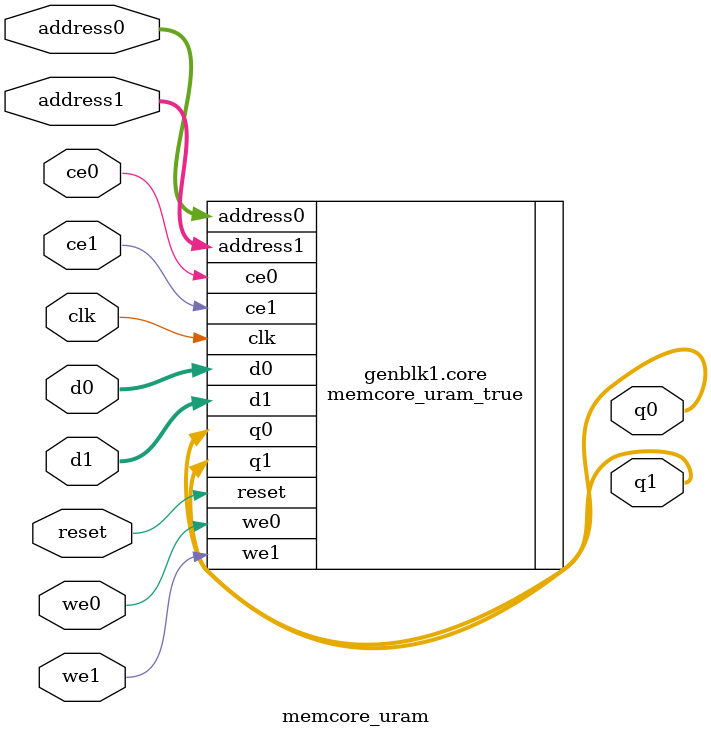
<source format=v>
`default_nettype none

module memcore_uram #(
  parameter DATA_WIDTH = 32,
  parameter ADDRESS_WIDTH = 6,
  parameter ADDRESS_RANGE = 64,
  parameter IS_SIMPLE = 0
) (

  // memory port 1
  input wire [ADDRESS_WIDTH-1:0] address0,
  input wire                     ce0,
  input wire [DATA_WIDTH-1:0]    d0,
  input wire                     we0,
  output wire [DATA_WIDTH-1:0]    q0,

  // memory port 2
  input wire [ADDRESS_WIDTH-1:0] address1,
  input wire                    ce1,
  input wire [DATA_WIDTH-1:0]    d1,
  input wire                    we1,
  output wire [DATA_WIDTH-1:0]    q1,
  input wire                    reset,
  input wire                    clk
);
  
  generate
    if (IS_SIMPLE == 1) begin
        memcore_uram_simple #(
           .DATA_WIDTH(DATA_WIDTH),
           .ADDRESS_WIDTH(ADDRESS_WIDTH),
           .ADDRESS_RANGE(ADDRESS_RANGE)
        ) core (
            .clk(clk),
            .reset(reset),
            .address0(address0),
            .ce0(ce0),
            .we0(we0),
            .d0(d0),
            .address1(address1),
            .ce1(ce1),
            .q1(q1)
        );
    end else begin
        memcore_uram_true #(
           .DATA_WIDTH(DATA_WIDTH),
           .ADDRESS_WIDTH(ADDRESS_WIDTH),
           .ADDRESS_RANGE(ADDRESS_RANGE)
        ) core (
            .clk(clk),
            .reset(reset),
            .address0(address0),
            .ce0(ce0),
            .d0(d0),
            .we0(we0),
            .q0(q0),
            .address1(address1),
            .ce1(ce1),
            .d1(d1),
            .we1(we1),
            .q1(q1)
        );
    end
  endgenerate

endmodule

`default_nettype wire

</source>
